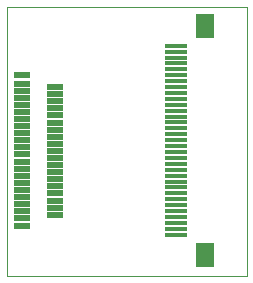
<source format=gts>
G04*
G04 #@! TF.GenerationSoftware,Altium Limited,Altium Designer,19.1.5 (86)*
G04*
G04 Layer_Color=8388736*
%FSLAX24Y24*%
%MOIN*%
G70*
G01*
G75*
%ADD11C,0.0039*%
%ADD17R,0.0552X0.0198*%
%ADD18R,0.0552X0.0237*%
%ADD19R,0.0749X0.0158*%
%ADD20R,0.0631X0.0827*%
D11*
X0Y0D02*
X8000D01*
Y8950D01*
X0D02*
X8000D01*
X0Y8950D02*
X0Y8950D01*
X0Y0D02*
Y8950D01*
D17*
X498Y6403D02*
D03*
Y6167D02*
D03*
Y5930D02*
D03*
Y5694D02*
D03*
Y5458D02*
D03*
Y5222D02*
D03*
Y4985D02*
D03*
Y4749D02*
D03*
Y4513D02*
D03*
Y4277D02*
D03*
Y4041D02*
D03*
Y3804D02*
D03*
Y3568D02*
D03*
Y3332D02*
D03*
Y3096D02*
D03*
Y2859D02*
D03*
Y2623D02*
D03*
Y2387D02*
D03*
Y2151D02*
D03*
Y1915D02*
D03*
X1600Y2033D02*
D03*
Y2269D02*
D03*
Y2505D02*
D03*
Y2741D02*
D03*
Y2978D02*
D03*
Y3214D02*
D03*
Y3450D02*
D03*
Y3686D02*
D03*
Y3922D02*
D03*
Y4159D02*
D03*
Y4395D02*
D03*
Y4631D02*
D03*
Y4867D02*
D03*
Y5104D02*
D03*
Y5340D02*
D03*
Y5576D02*
D03*
Y5812D02*
D03*
Y6048D02*
D03*
Y6285D02*
D03*
D18*
X498Y6678D02*
D03*
Y1639D02*
D03*
D19*
X5650Y1366D02*
D03*
Y1563D02*
D03*
Y1760D02*
D03*
Y1957D02*
D03*
Y2154D02*
D03*
Y2350D02*
D03*
Y2547D02*
D03*
Y2744D02*
D03*
Y2941D02*
D03*
Y3138D02*
D03*
Y3335D02*
D03*
Y3532D02*
D03*
Y3728D02*
D03*
Y3925D02*
D03*
Y4122D02*
D03*
Y4319D02*
D03*
Y4516D02*
D03*
Y4713D02*
D03*
Y4909D02*
D03*
Y5106D02*
D03*
Y5303D02*
D03*
Y5500D02*
D03*
Y5697D02*
D03*
Y5894D02*
D03*
Y6090D02*
D03*
Y6287D02*
D03*
Y6484D02*
D03*
Y6681D02*
D03*
Y6878D02*
D03*
Y7075D02*
D03*
Y7272D02*
D03*
Y7469D02*
D03*
Y7665D02*
D03*
D20*
X6615Y8335D02*
D03*
Y697D02*
D03*
M02*

</source>
